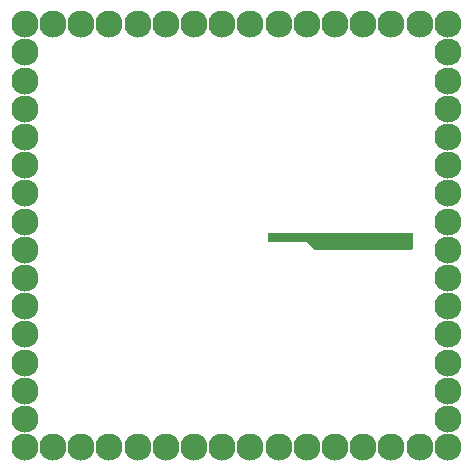
<source format=gts>
G04*
G04 #@! TF.GenerationSoftware,Altium Limited,Altium Designer,21.8.1 (53)*
G04*
G04 Layer_Color=8388736*
%FSLAX25Y25*%
%MOIN*%
G70*
G04*
G04 #@! TF.SameCoordinates,1A9603C8-DC4E-418C-A41D-35C8E6E290D8*
G04*
G04*
G04 #@! TF.FilePolarity,Negative*
G04*
G01*
G75*
%ADD11C,0.00300*%
%ADD12C,0.09055*%
G36*
X155315Y92323D02*
X154528Y91535D01*
X122638Y91535D01*
X119882Y94291D01*
X106890D01*
Y97441D01*
X155315D01*
Y92323D01*
D02*
G37*
D11*
X93757Y95557D02*
D03*
Y97357D02*
D03*
Y93757D02*
D03*
Y91957D02*
D03*
Y90157D02*
D03*
Y100957D02*
D03*
Y99157D02*
D03*
X91957Y93757D02*
D03*
Y90157D02*
D03*
Y91957D02*
D03*
Y100957D02*
D03*
Y99157D02*
D03*
Y95557D02*
D03*
Y97357D02*
D03*
X90157Y100957D02*
D03*
Y99157D02*
D03*
Y97357D02*
D03*
Y95557D02*
D03*
Y93757D02*
D03*
Y91957D02*
D03*
X97357Y97357D02*
D03*
Y95557D02*
D03*
Y90157D02*
D03*
Y91957D02*
D03*
Y93757D02*
D03*
Y99157D02*
D03*
Y100957D02*
D03*
X99157Y93757D02*
D03*
Y95557D02*
D03*
Y97357D02*
D03*
Y90157D02*
D03*
Y91957D02*
D03*
Y100957D02*
D03*
Y99157D02*
D03*
X100957Y97357D02*
D03*
Y93757D02*
D03*
Y95557D02*
D03*
Y91957D02*
D03*
Y90157D02*
D03*
Y99157D02*
D03*
Y100957D02*
D03*
X102757Y95557D02*
D03*
X95557D02*
D03*
Y100957D02*
D03*
X102757D02*
D03*
X95557Y93757D02*
D03*
X102757D02*
D03*
Y91957D02*
D03*
X95557D02*
D03*
Y90157D02*
D03*
Y97357D02*
D03*
X102757D02*
D03*
X95557Y99157D02*
D03*
X102757D02*
D03*
X93757Y102757D02*
D03*
X91957D02*
D03*
X95557D02*
D03*
X97357D02*
D03*
X99157D02*
D03*
X100957D02*
D03*
D12*
X166957Y119957D02*
D03*
Y157557D02*
D03*
Y91757D02*
D03*
Y166957D02*
D03*
Y129357D02*
D03*
Y138757D02*
D03*
Y148157D02*
D03*
Y101157D02*
D03*
Y110557D02*
D03*
Y25957D02*
D03*
Y63557D02*
D03*
Y72957D02*
D03*
Y82357D02*
D03*
Y35357D02*
D03*
Y44757D02*
D03*
Y54157D02*
D03*
X25957Y25957D02*
D03*
X72957D02*
D03*
X35357D02*
D03*
X63557D02*
D03*
X54157D02*
D03*
X44757D02*
D03*
X82357D02*
D03*
X91757D02*
D03*
X129357D02*
D03*
X101157D02*
D03*
X119957D02*
D03*
X110557D02*
D03*
X157557D02*
D03*
X148157D02*
D03*
X138757D02*
D03*
X25957Y119957D02*
D03*
Y157557D02*
D03*
Y91757D02*
D03*
Y166957D02*
D03*
Y129357D02*
D03*
Y138757D02*
D03*
Y148157D02*
D03*
Y101157D02*
D03*
Y110557D02*
D03*
Y35357D02*
D03*
Y44757D02*
D03*
Y54157D02*
D03*
Y63557D02*
D03*
Y72957D02*
D03*
Y82357D02*
D03*
X35357Y166957D02*
D03*
X72957D02*
D03*
X63557D02*
D03*
X54157D02*
D03*
X44757D02*
D03*
X82357D02*
D03*
X157557D02*
D03*
X129357D02*
D03*
X101157D02*
D03*
X91757D02*
D03*
X119957D02*
D03*
X110557D02*
D03*
X148157D02*
D03*
X138757D02*
D03*
M02*

</source>
